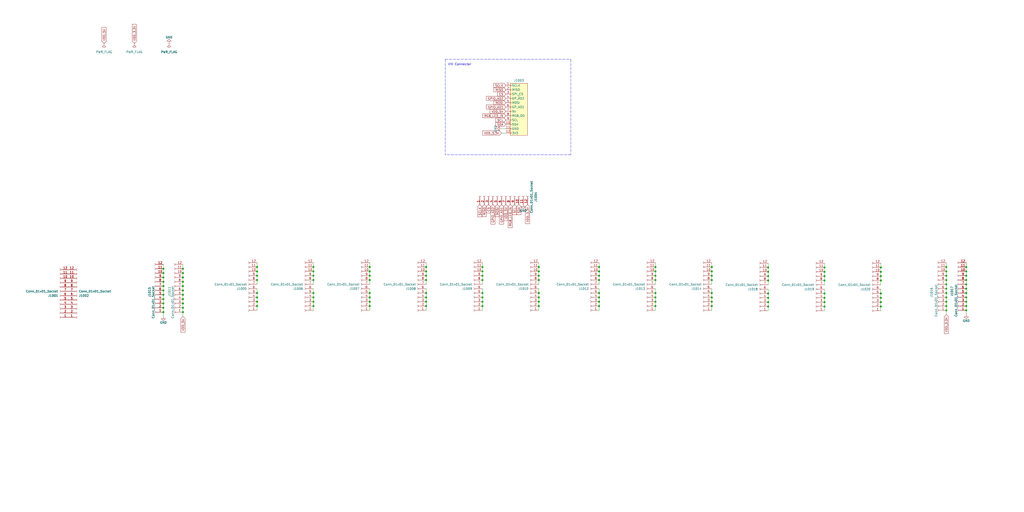
<source format=kicad_sch>
(kicad_sch (version 20230121) (generator eeschema)
  (paper "User" 599.999 299.999)
  (title_block (company "bastard keyboards") (comment 4 "Copyright Quentin Lebastard"))
  (lib_symbols
    (symbol "Connector:Conn_01x12_Socket" (pin_names (offset 1.016) hide)
      (property "Reference" "J" (at 0 15.24 0))
      (property "Value" "Conn_01x12_Socket" (at 0 -17.78 0))
      (symbol "Conn_01x12_Socket_1_1"
        (arc (start 0 -14.732) (mid -0.5058 -15.24) (end 0 -15.748) (stroke (width 0.1524)))
        (arc (start 0 -12.192) (mid -0.5058 -12.7) (end 0 -13.208) (stroke (width 0.1524)))
        (arc (start 0 -9.652) (mid -0.5058 -10.16) (end 0 -10.668) (stroke (width 0.1524)))
        (arc (start 0 -7.112) (mid -0.5058 -7.62) (end 0 -8.128) (stroke (width 0.1524)))
        (arc (start 0 -4.572) (mid -0.5058 -5.08) (end 0 -5.588) (stroke (width 0.1524)))
        (arc (start 0 -2.032) (mid -0.5058 -2.54) (end 0 -3.048) (stroke (width 0.1524)))
        (polyline (pts (xy -1.27 -15.24) (xy -0.508 -15.24)) (stroke (width 0.1524)))
        (polyline (pts (xy -1.27 -12.7) (xy -0.508 -12.7)) (stroke (width 0.1524)))
        (polyline (pts (xy -1.27 -10.16) (xy -0.508 -10.16)) (stroke (width 0.1524)))
        (polyline (pts (xy -1.27 -7.62) (xy -0.508 -7.62)) (stroke (width 0.1524)))
        (polyline (pts (xy -1.27 -5.08) (xy -0.508 -5.08)) (stroke (width 0.1524)))
        (polyline (pts (xy -1.27 -2.54) (xy -0.508 -2.54)) (stroke (width 0.1524)))
        (polyline (pts (xy -1.27 0) (xy -0.508 0)) (stroke (width 0.1524)))
        (polyline (pts (xy -1.27 2.54) (xy -0.508 2.54)) (stroke (width 0.1524)))
        (polyline (pts (xy -1.27 5.08) (xy -0.508 5.08)) (stroke (width 0.1524)))
        (polyline (pts (xy -1.27 7.62) (xy -0.508 7.62)) (stroke (width 0.1524)))
        (polyline (pts (xy -1.27 10.16) (xy -0.508 10.16)) (stroke (width 0.1524)))
        (polyline (pts (xy -1.27 12.7) (xy -0.508 12.7)) (stroke (width 0.1524)))
        (arc (start 0 0.508) (mid -0.5058 0) (end 0 -0.508) (stroke (width 0.1524)))
        (arc (start 0 3.048) (mid -0.5058 2.54) (end 0 2.032) (stroke (width 0.1524)))
        (arc (start 0 5.588) (mid -0.5058 5.08) (end 0 4.572) (stroke (width 0.1524)))
        (arc (start 0 8.128) (mid -0.5058 7.62) (end 0 7.112) (stroke (width 0.1524)))
        (arc (start 0 10.668) (mid -0.5058 10.16) (end 0 9.652) (stroke (width 0.1524)))
        (arc (start 0 13.208) (mid -0.5058 12.7) (end 0 12.192) (stroke (width 0.1524)))
        (pin passive line (at -5.08 12.7 0) (length 3.81) (name "Pin_1") (number "1"))
        (pin passive line (at -5.08 -10.16 0) (length 3.81) (name "Pin_10") (number "10"))
        (pin passive line (at -5.08 -12.7 0) (length 3.81) (name "Pin_11") (number "11"))
        (pin passive line (at -5.08 -15.24 0) (length 3.81) (name "Pin_12") (number "12"))
        (pin passive line (at -5.08 10.16 0) (length 3.81) (name "Pin_2") (number "2"))
        (pin passive line (at -5.08 7.62 0) (length 3.81) (name "Pin_3") (number "3"))
        (pin passive line (at -5.08 5.08 0) (length 3.81) (name "Pin_4") (number "4"))
        (pin passive line (at -5.08 2.54 0) (length 3.81) (name "Pin_5") (number "5"))
        (pin passive line (at -5.08 0 0) (length 3.81) (name "Pin_6") (number "6"))
        (pin passive line (at -5.08 -2.54 0) (length 3.81) (name "Pin_7") (number "7"))
        (pin passive line (at -5.08 -5.08 0) (length 3.81) (name "Pin_8") (number "8"))
        (pin passive line (at -5.08 -7.62 0) (length 3.81) (name "Pin_9") (number "9"))
      )
    )
    (symbol "power:GND" (power) (pin_names (offset 0))
      (property "Value" "GND" (at 0 -3.81 0))
      (symbol "GND_0_1"
        (polyline (pts (xy 0 0) (xy 0 -1.27) (xy 1.27 -1.27) (xy 0 -2.54) (xy -1.27 -1.27) (xy 0 -1.27)))
      )
      (symbol "GND_1_1"
        (pin power_in line (at 0 0 270) (length 0) hide (name "GND") (number "1"))
      )
    )
    (symbol "power:PWR_FLAG" (power) (pin_numbers hide) (pin_names (offset 0) hide)
      (property "Value" "PWR_FLAG" (at 0 3.81 0))
      (symbol "PWR_FLAG_0_0"
        (pin power_out line (at 0 0 90) (length 0) (name "pwr") (number "1"))
      )
      (symbol "PWR_FLAG_0_1"
        (polyline (pts (xy 0 0) (xy 0 1.27) (xy -1.016 1.905) (xy 0 2.54) (xy 1.016 1.905) (xy 0 1.27)))
      )
    )
    (symbol "vik:vik-module-connector" (pin_names (offset 1))
      (property "Reference" "J" (at 0 15.875 0))
      (symbol "vik-module-connector_1_1"
        (rectangle (start -5.08 13.97) (end 5.08 -16.51) (fill (type background)))
        (rectangle (start -5.0546 -15.113) (end -4.191 -15.367) (stroke (width 0.1)))
        (rectangle (start -5.0546 -12.573) (end -4.191 -12.827) (stroke (width 0.1)))
        (rectangle (start -5.0546 -10.033) (end -4.191 -10.287) (stroke (width 0.1)))
        (rectangle (start -5.0546 -7.493) (end -4.191 -7.747) (stroke (width 0.1)))
        (rectangle (start -5.0546 -4.953) (end -4.191 -5.207) (stroke (width 0.1)))
        (rectangle (start -5.0546 -2.413) (end -4.191 -2.667) (stroke (width 0.1)))
        (rectangle (start -5.0546 0.127) (end -4.191 -0.127) (stroke (width 0.1)))
        (rectangle (start -5.0546 2.667) (end -4.191 2.413) (stroke (width 0.1)))
        (rectangle (start -5.0546 5.207) (end -4.191 4.953) (stroke (width 0.1)))
        (rectangle (start -5.0546 7.747) (end -4.191 7.493) (stroke (width 0.1)))
        (rectangle (start -5.0546 10.287) (end -4.191 10.033) (stroke (width 0.1)))
        (rectangle (start -5.0546 12.827) (end -4.191 12.573) (stroke (width 0.1)))
        (pin output line (at -7.62 12.7 0) (length 2.54) (name "SCLK") (number "1"))
        (pin bidirectional line (at -7.62 -10.16 0) (length 2.54) (name "SDA") (number "10"))
        (pin power_out line (at -7.62 -12.7 0) (length 2.54) (name "GND") (number "11"))
        (pin power_out line (at -7.62 -15.24 0) (length 2.54) (name "3V3") (number "12"))
        (pin tri_state line (at -7.62 10.16 0) (length 2.54) (name "MISO") (number "2"))
        (pin output line (at -7.62 7.62 0) (length 2.54) (name "SPI_CS") (number "3"))
        (pin bidirectional line (at -7.62 5.08 0) (length 2.54) (name "GP_AD2") (number "4"))
        (pin output line (at -7.62 2.54 0) (length 2.54) (name "MOSI") (number "5"))
        (pin bidirectional line (at -7.62 0 0) (length 2.54) (name "GP_AD1") (number "6"))
        (pin power_out line (at -7.62 -2.54 0) (length 2.54) (name "5V") (number "7"))
        (pin output line (at -7.62 -5.08 0) (length 2.54) (name "RGB_DO") (number "8"))
        (pin bidirectional line (at -7.62 -7.62 0) (length 2.54) (name "SCL") (number "9"))
      )
    )
  )
  (junction (at 315.722 164.084))
  (junction (at 417.068 174.244))
  (junction (at 282.702 164.084))
  (junction (at 95.758 167.64))
  (junction (at 183.642 171.704))
  (junction (at 483.108 156.718))
  (junction (at 95.758 157.48))
  (junction (at 351.028 161.544))
  (junction (at 384.048 156.464))
  (junction (at 150.622 176.784))
  (junction (at 249.682 179.324))
  (junction (at 183.642 161.544))
  (junction (at 183.642 164.084))
  (junction (at 249.682 171.704))
  (junction (at 107.188 182.88))
  (junction (at 351.028 176.784))
  (junction (at 249.682 176.784))
  (junction (at 450.088 174.498))
  (junction (at 384.048 174.244))
  (junction (at 417.068 176.784))
  (junction (at 417.068 161.544))
  (junction (at 566.166 171.704))
  (junction (at 249.682 174.244))
  (junction (at 483.108 161.798))
  (junction (at 450.088 161.798))
  (junction (at 107.188 177.8))
  (junction (at 417.068 156.464))
  (junction (at 351.028 174.244))
  (junction (at 450.088 159.258))
  (junction (at 516.128 171.958))
  (junction (at 95.758 170.18))
  (junction (at 315.722 171.704))
  (junction (at 566.166 159.004))
  (junction (at 516.128 159.258))
  (junction (at 282.702 156.464))
  (junction (at 95.758 182.88))
  (junction (at 107.188 167.64))
  (junction (at 384.048 159.004))
  (junction (at 450.088 179.578))
  (junction (at 183.642 176.784))
  (junction (at 249.682 161.544))
  (junction (at 554.482 181.864))
  (junction (at 249.682 159.004))
  (junction (at 554.482 166.624))
  (junction (at 150.622 174.244))
  (junction (at 566.166 156.464))
  (junction (at 483.108 171.958))
  (junction (at 516.128 179.578))
  (junction (at 107.188 172.72))
  (junction (at 216.662 176.784))
  (junction (at 95.758 175.26))
  (junction (at 107.188 170.18))
  (junction (at 516.128 174.498))
  (junction (at 282.702 179.324))
  (junction (at 554.482 179.324))
  (junction (at 249.682 156.464))
  (junction (at 282.702 176.784))
  (junction (at 566.166 181.864))
  (junction (at 566.166 176.784))
  (junction (at 516.128 164.338))
  (junction (at 150.622 171.704))
  (junction (at 315.722 156.464))
  (junction (at 282.702 174.244))
  (junction (at 315.722 159.004))
  (junction (at 183.642 156.464))
  (junction (at 516.128 156.718))
  (junction (at 554.482 176.784))
  (junction (at 554.482 169.164))
  (junction (at 450.088 171.958))
  (junction (at 351.028 159.004))
  (junction (at 351.028 179.324))
  (junction (at 150.622 161.544))
  (junction (at 150.622 164.084))
  (junction (at 351.028 164.084))
  (junction (at 351.028 171.704))
  (junction (at 95.758 177.8))
  (junction (at 566.166 161.544))
  (junction (at 95.758 172.72))
  (junction (at 554.482 171.704))
  (junction (at 282.702 159.004))
  (junction (at 554.482 164.084))
  (junction (at 183.642 179.324))
  (junction (at 483.108 177.038))
  (junction (at 107.188 175.26))
  (junction (at 249.682 164.084))
  (junction (at 150.622 159.004))
  (junction (at 384.048 164.084))
  (junction (at 107.188 165.1))
  (junction (at 384.048 176.784))
  (junction (at 95.758 162.56))
  (junction (at 516.128 161.798))
  (junction (at 566.166 174.244))
  (junction (at 107.188 162.56))
  (junction (at 417.068 179.324))
  (junction (at 216.662 174.244))
  (junction (at 315.722 174.244))
  (junction (at 554.482 156.464))
  (junction (at 315.722 179.324))
  (junction (at 351.028 156.464))
  (junction (at 107.188 160.02))
  (junction (at 566.166 169.164))
  (junction (at 483.108 174.498))
  (junction (at 216.662 171.704))
  (junction (at 384.048 171.704))
  (junction (at 216.662 161.544))
  (junction (at 315.722 161.544))
  (junction (at 566.166 179.324))
  (junction (at 450.088 156.718))
  (junction (at 95.758 180.34))
  (junction (at 150.622 179.324))
  (junction (at 554.482 174.244))
  (junction (at 282.702 161.544))
  (junction (at 566.166 166.624))
  (junction (at 282.702 171.704))
  (junction (at 483.108 164.338))
  (junction (at 315.722 176.784))
  (junction (at 95.758 160.02))
  (junction (at 450.088 164.338))
  (junction (at 107.188 157.48))
  (junction (at 417.068 159.004))
  (junction (at 183.642 174.244))
  (junction (at 483.108 179.578))
  (junction (at 183.642 159.004))
  (junction (at 95.758 165.1))
  (junction (at 516.128 177.038))
  (junction (at 450.088 177.038))
  (junction (at 384.048 161.544))
  (junction (at 554.482 159.004))
  (junction (at 150.622 156.464))
  (junction (at 417.068 171.704))
  (junction (at 417.068 164.084))
  (junction (at 216.662 179.324))
  (junction (at 566.166 164.084))
  (junction (at 107.188 180.34))
  (junction (at 483.108 159.258))
  (junction (at 554.482 161.544))
  (junction (at 216.662 159.004))
  (junction (at 216.662 164.084))
  (junction (at 384.048 179.324))
  (junction (at 216.662 156.464))
  (polyline (pts (xy 260.858 34.798) (xy 260.858 90.678)) (stroke (width 0) (type dash)))
  (wire (pts (xy 150.622 159.004) (xy 150.622 161.544)))
  (wire (pts (xy 384.048 159.004) (xy 384.048 161.544)))
  (wire (pts (xy 554.482 161.544) (xy 554.482 164.084)))
  (wire (pts (xy 249.682 179.324) (xy 249.682 181.864)))
  (wire (pts (xy 417.068 171.704) (xy 417.068 174.244)))
  (wire (pts (xy 384.048 176.784) (xy 384.048 179.324)))
  (wire (pts (xy 183.642 161.544) (xy 183.642 164.084)))
  (wire (pts (xy 216.662 176.784) (xy 216.662 179.324)))
  (wire (pts (xy 249.682 153.924) (xy 249.682 156.464)))
  (wire (pts (xy 95.758 177.8) (xy 95.758 180.34)))
  (wire (pts (xy 351.028 179.324) (xy 351.028 181.864)))
  (wire (pts (xy 95.758 175.26) (xy 95.758 177.8)))
  (wire (pts (xy 566.166 161.544) (xy 566.166 164.084)))
  (wire (pts (xy 282.702 153.924) (xy 282.702 156.464)))
  (wire (pts (xy 554.482 169.164) (xy 554.482 171.704)))
  (wire (pts (xy 566.166 171.704) (xy 566.166 174.244)))
  (wire (pts (xy 95.758 170.18) (xy 95.758 172.72)))
  (wire (pts (xy 483.108 179.578) (xy 483.108 182.118)))
  (wire (pts (xy 554.482 171.704) (xy 554.482 174.244)))
  (wire (pts (xy 384.048 156.464) (xy 384.048 159.004)))
  (wire (pts (xy 150.622 176.784) (xy 150.622 179.324)))
  (wire (pts (xy 95.758 157.48) (xy 95.758 160.02)))
  (wire (pts (xy 216.662 174.244) (xy 216.662 176.784)))
  (wire (pts (xy 150.622 171.704) (xy 150.622 174.244)))
  (wire (pts (xy 554.482 159.004) (xy 554.482 161.544)))
  (wire (pts (xy 216.662 169.164) (xy 216.662 171.704)))
  (wire (pts (xy 450.088 161.798) (xy 450.088 164.338)))
  (polyline (pts (xy 334.518 90.678) (xy 260.858 90.678)) (stroke (width 0) (type dash)))
  (wire (pts (xy 107.188 160.02) (xy 107.188 162.56)))
  (wire (pts (xy 554.482 156.464) (xy 554.482 159.004)))
  (wire (pts (xy 516.128 177.038) (xy 516.128 179.578)))
  (wire (pts (xy 417.068 156.464) (xy 417.068 159.004)))
  (wire (pts (xy 150.622 153.924) (xy 150.622 156.464)))
  (wire (pts (xy 293.878 75.438) (xy 296.418 75.438)))
  (wire (pts (xy 516.128 174.498) (xy 516.128 177.038)))
  (wire (pts (xy 183.642 171.704) (xy 183.642 174.244)))
  (wire (pts (xy 483.108 174.498) (xy 483.108 177.038)))
  (wire (pts (xy 183.642 174.244) (xy 183.642 176.784)))
  (wire (pts (xy 183.642 156.464) (xy 183.642 159.004)))
  (polyline (pts (xy 334.518 34.798) (xy 334.518 90.678)) (stroke (width 0) (type dash)))
  (wire (pts (xy 384.048 179.324) (xy 384.048 181.864)))
  (wire (pts (xy 150.622 169.164) (xy 150.622 171.704)))
  (wire (pts (xy 566.166 179.324) (xy 566.166 181.864)))
  (wire (pts (xy 554.482 179.324) (xy 554.482 181.864)))
  (wire (pts (xy 450.088 177.038) (xy 450.088 179.578)))
  (wire (pts (xy 566.166 169.164) (xy 566.166 171.704)))
  (wire (pts (xy 384.048 153.924) (xy 384.048 156.464)))
  (wire (pts (xy 554.482 181.864) (xy 554.482 184.404)))
  (wire (pts (xy 483.108 164.338) (xy 483.108 166.878)))
  (wire (pts (xy 417.068 176.784) (xy 417.068 179.324)))
  (wire (pts (xy 351.028 159.004) (xy 351.028 161.544)))
  (wire (pts (xy 282.702 174.244) (xy 282.702 176.784)))
  (wire (pts (xy 450.088 159.258) (xy 450.088 161.798)))
  (wire (pts (xy 516.128 179.578) (xy 516.128 182.118)))
  (wire (pts (xy 351.028 156.464) (xy 351.028 159.004)))
  (wire (pts (xy 483.108 177.038) (xy 483.108 179.578)))
  (wire (pts (xy 216.662 156.464) (xy 216.662 159.004)))
  (wire (pts (xy 216.662 171.704) (xy 216.662 174.244)))
  (wire (pts (xy 384.048 169.164) (xy 384.048 171.704)))
  (wire (pts (xy 107.188 167.64) (xy 107.188 170.18)))
  (wire (pts (xy 315.722 179.324) (xy 315.722 181.864)))
  (wire (pts (xy 516.128 156.718) (xy 516.128 159.258)))
  (wire (pts (xy 107.188 175.26) (xy 107.188 177.8)))
  (wire (pts (xy 107.188 162.56) (xy 107.188 165.1)))
  (wire (pts (xy 216.662 179.324) (xy 216.662 181.864)))
  (wire (pts (xy 107.188 154.94) (xy 107.188 157.48)))
  (wire (pts (xy 282.702 161.544) (xy 282.702 164.084)))
  (wire (pts (xy 566.166 159.004) (xy 566.166 161.544)))
  (wire (pts (xy 417.068 159.004) (xy 417.068 161.544)))
  (wire (pts (xy 351.028 164.084) (xy 351.028 166.624)))
  (wire (pts (xy 516.128 159.258) (xy 516.128 161.798)))
  (wire (pts (xy 315.722 176.784) (xy 315.722 179.324)))
  (wire (pts (xy 216.662 159.004) (xy 216.662 161.544)))
  (wire (pts (xy 95.758 180.34) (xy 95.758 182.88)))
  (wire (pts (xy 566.166 176.784) (xy 566.166 179.324)))
  (wire (pts (xy 107.188 177.8) (xy 107.188 180.34)))
  (wire (pts (xy 417.068 161.544) (xy 417.068 164.084)))
  (wire (pts (xy 554.482 176.784) (xy 554.482 179.324)))
  (wire (pts (xy 315.722 156.464) (xy 315.722 159.004)))
  (wire (pts (xy 95.758 165.1) (xy 95.758 167.64)))
  (wire (pts (xy 249.682 159.004) (xy 249.682 161.544)))
  (wire (pts (xy 249.682 169.164) (xy 249.682 171.704)))
  (wire (pts (xy 95.758 172.72) (xy 95.758 175.26)))
  (wire (pts (xy 450.088 156.718) (xy 450.088 159.258)))
  (wire (pts (xy 516.128 169.418) (xy 516.128 171.958)))
  (wire (pts (xy 483.108 159.258) (xy 483.108 161.798)))
  (wire (pts (xy 315.722 174.244) (xy 315.722 176.784)))
  (wire (pts (xy 183.642 169.164) (xy 183.642 171.704)))
  (wire (pts (xy 107.188 170.18) (xy 107.188 172.72)))
  (wire (pts (xy 417.068 153.924) (xy 417.068 156.464)))
  (wire (pts (xy 450.088 169.418) (xy 450.088 171.958)))
  (wire (pts (xy 450.088 171.958) (xy 450.088 174.498)))
  (wire (pts (xy 450.088 164.338) (xy 450.088 166.878)))
  (wire (pts (xy 183.642 179.324) (xy 183.642 181.864)))
  (wire (pts (xy 351.028 174.244) (xy 351.028 176.784)))
  (wire (pts (xy 107.188 172.72) (xy 107.188 175.26)))
  (wire (pts (xy 282.702 164.084) (xy 282.702 166.624)))
  (wire (pts (xy 249.682 164.084) (xy 249.682 166.624)))
  (wire (pts (xy 95.758 160.02) (xy 95.758 162.56)))
  (polyline (pts (xy 260.858 34.798) (xy 334.518 34.798)) (stroke (width 0) (type dash)))
  (wire (pts (xy 183.642 164.084) (xy 183.642 166.624)))
  (wire (pts (xy 450.088 179.578) (xy 450.088 182.118)))
  (wire (pts (xy 183.642 153.924) (xy 183.642 156.464)))
  (wire (pts (xy 417.068 169.164) (xy 417.068 171.704)))
  (wire (pts (xy 554.482 164.084) (xy 554.482 166.624)))
  (wire (pts (xy 249.682 176.784) (xy 249.682 179.324)))
  (wire (pts (xy 150.622 174.244) (xy 150.622 176.784)))
  (wire (pts (xy 315.722 171.704) (xy 315.722 174.244)))
  (wire (pts (xy 351.028 169.164) (xy 351.028 171.704)))
  (wire (pts (xy 516.128 161.798) (xy 516.128 164.338)))
  (wire (pts (xy 351.028 171.704) (xy 351.028 174.244)))
  (wire (pts (xy 554.482 174.244) (xy 554.482 176.784)))
  (wire (pts (xy 554.482 153.924) (xy 554.482 156.464)))
  (wire (pts (xy 566.166 166.624) (xy 566.166 169.164)))
  (wire (pts (xy 107.188 180.34) (xy 107.188 182.88)))
  (wire (pts (xy 282.702 176.784) (xy 282.702 179.324)))
  (wire (pts (xy 450.088 154.178) (xy 450.088 156.718)))
  (wire (pts (xy 216.662 161.544) (xy 216.662 164.084)))
  (wire (pts (xy 351.028 176.784) (xy 351.028 179.324)))
  (wire (pts (xy 107.188 165.1) (xy 107.188 167.64)))
  (wire (pts (xy 282.702 169.164) (xy 282.702 171.704)))
  (wire (pts (xy 95.758 162.56) (xy 95.758 165.1)))
  (wire (pts (xy 293.878 77.978) (xy 296.418 77.978)))
  (wire (pts (xy 150.622 164.084) (xy 150.622 166.624)))
  (wire (pts (xy 566.166 156.464) (xy 566.166 159.004)))
  (wire (pts (xy 417.068 179.324) (xy 417.068 181.864)))
  (wire (pts (xy 417.068 164.084) (xy 417.068 166.624)))
  (wire (pts (xy 249.682 171.704) (xy 249.682 174.244)))
  (wire (pts (xy 384.048 164.084) (xy 384.048 166.624)))
  (wire (pts (xy 150.622 156.464) (xy 150.622 159.004)))
  (wire (pts (xy 450.088 174.498) (xy 450.088 177.038)))
  (wire (pts (xy 249.682 174.244) (xy 249.682 176.784)))
  (wire (pts (xy 566.166 164.084) (xy 566.166 166.624)))
  (wire (pts (xy 95.758 167.64) (xy 95.758 170.18)))
  (wire (pts (xy 183.642 176.784) (xy 183.642 179.324)))
  (wire (pts (xy 384.048 171.704) (xy 384.048 174.244)))
  (wire (pts (xy 150.622 161.544) (xy 150.622 164.084)))
  (wire (pts (xy 315.722 161.544) (xy 315.722 164.084)))
  (wire (pts (xy 384.048 161.544) (xy 384.048 164.084)))
  (wire (pts (xy 107.188 182.88) (xy 107.188 185.42)))
  (wire (pts (xy 384.048 174.244) (xy 384.048 176.784)))
  (wire (pts (xy 315.722 169.164) (xy 315.722 171.704)))
  (wire (pts (xy 183.642 159.004) (xy 183.642 161.544)))
  (wire (pts (xy 483.108 156.718) (xy 483.108 159.258)))
  (wire (pts (xy 216.662 164.084) (xy 216.662 166.624)))
  (wire (pts (xy 249.682 161.544) (xy 249.682 164.084)))
  (wire (pts (xy 554.482 166.624) (xy 554.482 169.164)))
  (wire (pts (xy 150.622 179.324) (xy 150.622 181.864)))
  (wire (pts (xy 516.128 154.178) (xy 516.128 156.718)))
  (wire (pts (xy 282.702 159.004) (xy 282.702 161.544)))
  (wire (pts (xy 95.758 154.94) (xy 95.758 157.48)))
  (wire (pts (xy 483.108 154.178) (xy 483.108 156.718)))
  (wire (pts (xy 351.028 161.544) (xy 351.028 164.084)))
  (wire (pts (xy 95.758 182.88) (xy 95.758 185.42)))
  (wire (pts (xy 249.682 156.464) (xy 249.682 159.004)))
  (wire (pts (xy 566.166 181.864) (xy 566.166 184.404)))
  (wire (pts (xy 315.722 159.004) (xy 315.722 161.544)))
  (wire (pts (xy 483.108 171.958) (xy 483.108 174.498)))
  (wire (pts (xy 516.128 164.338) (xy 516.128 166.878)))
  (wire (pts (xy 282.702 156.464) (xy 282.702 159.004)))
  (wire (pts (xy 483.108 161.798) (xy 483.108 164.338)))
  (wire (pts (xy 282.702 179.324) (xy 282.702 181.864)))
  (wire (pts (xy 516.128 171.958) (xy 516.128 174.498)))
  (wire (pts (xy 483.108 169.418) (xy 483.108 171.958)))
  (wire (pts (xy 566.166 153.924) (xy 566.166 156.464)))
  (wire (pts (xy 417.068 174.244) (xy 417.068 176.784)))
  (wire (pts (xy 351.028 153.924) (xy 351.028 156.464)))
  (wire (pts (xy 216.662 153.924) (xy 216.662 156.464)))
  (wire (pts (xy 566.166 174.244) (xy 566.166 176.784)))
  (wire (pts (xy 107.188 157.48) (xy 107.188 160.02)))
  (wire (pts (xy 315.722 153.924) (xy 315.722 156.464)))
  (wire (pts (xy 315.722 164.084) (xy 315.722 166.624)))
  (wire (pts (xy 282.702 171.704) (xy 282.702 174.244)))
  (text "VIK Connector" (at 276.1742 38.5318 0) (effects (font (size 1.27 1.27)) (justify right bottom)))
  (global_label "SCLK" (shape input) (at 281.178 119.888 270) (property "Intersheetrefs" "${INTERSHEET_REFS}" (effects hide)))
  (global_label "CS" (shape input) (at 296.418 55.118 180) (property "Intersheetrefs" "${INTERSHEET_REFS}" (effects hide)))
  (global_label "SCL" (shape input) (at 301.498 119.888 270) (property "Intersheetrefs" "${INTERSHEET_REFS}" (effects hide)))
  (global_label "GPIO_AD1" (shape input) (at 296.418 62.738 180) (property "Intersheetrefs" "${INTERSHEET_REFS}" (effects hide)))
  (global_label "SDA" (shape input) (at 304.038 119.888 270) (property "Intersheetrefs" "${INTERSHEET_REFS}" (effects hide)))
  (global_label "VDD_3.3V" (shape input) (at 78.74 25.4 90) (property "Intersheetrefs" "${INTERSHEET_REFS}" (effects hide)))
  (global_label "MISO" (shape input) (at 283.718 119.888 270) (property "Intersheetrefs" "${INTERSHEET_REFS}" (effects hide)))
  (global_label "VDD_5V" (shape input) (at 107.188 185.42 270) (property "Intersheetrefs" "${INTERSHEET_REFS}" (effects hide)))
  (global_label "SCLK" (shape input) (at 296.418 50.038 180) (property "Intersheetrefs" "${INTERSHEET_REFS}" (effects hide)))
  (global_label "VDD_5V" (shape input) (at 60.96 25.4 90) (property "Intersheetrefs" "${INTERSHEET_REFS}" (effects hide)))
  (global_label "VDD_5V" (shape input) (at 296.418 65.278 180) (property "Intersheetrefs" "${INTERSHEET_REFS}" (effects hide)))
  (global_label "GPIO_AD1" (shape input) (at 293.878 119.888 270) (property "Intersheetrefs" "${INTERSHEET_REFS}" (effects hide)))
  (global_label "RGB_LED_IN" (shape input) (at 298.958 119.888 270) (property "Intersheetrefs" "${INTERSHEET_REFS}" (effects hide)))
  (global_label "SDA" (shape input) (at 296.418 72.898 180) (property "Intersheetrefs" "${INTERSHEET_REFS}" (effects hide)))
  (global_label "MISO" (shape input) (at 296.418 52.578 180) (property "Intersheetrefs" "${INTERSHEET_REFS}" (effects hide)))
  (global_label "VDD_5V" (shape input) (at 296.418 119.888 270) (property "Intersheetrefs" "${INTERSHEET_REFS}" (effects hide)))
  (global_label "MOSI" (shape input) (at 291.338 119.888 270) (property "Intersheetrefs" "${INTERSHEET_REFS}" (effects hide)))
  (global_label "VDD_3.3V" (shape input) (at 293.878 77.978 180) (property "Intersheetrefs" "${INTERSHEET_REFS}" (effects hide)))
  (global_label "MOSI" (shape input) (at 296.418 60.198 180) (property "Intersheetrefs" "${INTERSHEET_REFS}" (effects hide)))
  (global_label "GPIO_AD2" (shape input) (at 296.418 57.658 180) (property "Intersheetrefs" "${INTERSHEET_REFS}" (effects hide)))
  (global_label "SCL" (shape input) (at 296.418 70.358 180) (property "Intersheetrefs" "${INTERSHEET_REFS}" (effects hide)))
  (global_label "CS" (shape input) (at 286.258 119.888 270) (property "Intersheetrefs" "${INTERSHEET_REFS}" (effects hide)))
  (global_label "VDD_3.3V" (shape input) (at 309.118 119.888 270) (property "Intersheetrefs" "${INTERSHEET_REFS}" (effects hide)))
  (global_label "VDD_3.3V" (shape input) (at 554.482 184.404 270) (property "Intersheetrefs" "${INTERSHEET_REFS}" (effects hide)))
  (global_label "GPIO_AD2" (shape input) (at 288.798 119.888 270) (property "Intersheetrefs" "${INTERSHEET_REFS}" (effects hide)))
  (global_label "RGB_LED_IN" (shape input) (at 296.418 67.818 180) (property "Intersheetrefs" "${INTERSHEET_REFS}" (effects hide)))
  (symbol (lib_id "Connector:Conn_01x12_Socket") (at 45.212 173.228 0) (mirror x) (unit 1)
    (property "Reference" "J1002" (at 46.1264 173.228 0) (effects (justify left)))
    (property "Value" "Conn_01x01_Socket" (at 46.1264 170.688 0) (effects (justify left)))
    (property "Footprint" "fingerpunch:PinSocket_1x12_P2.54mm_Vertical_NoSilk" (effects hide))
  )
  (symbol (lib_id "Connector:Conn_01x12_Socket") (at 244.602 169.164 180) (unit 1)
    (property "Reference" "J1008" (at 243.6876 169.164 0) (effects (justify left)))
    (property "Value" "Conn_01x01_Socket" (at 243.6876 166.624 0) (effects (justify left)))
    (property "Footprint" "fingerpunch:PinSocket_1x12_P2.54mm_Vertical_6x6_SplitSilk" (effects hide))
  )
  (symbol (lib_id "power:PWR_FLAG") (at 78.74 25.4 180) (unit 1)
    (property "Reference" "#FLG01002" (effects hide))
    (property "Value" "PWR_FLAG" (at 78.74 30.48 0))
  )
  (symbol (lib_id "power:PWR_FLAG") (at 99.06 25.4 180) (unit 1)
    (property "Reference" "#FLG01003" (effects hide))
    (property "Value" "PWR_FLAG" (at 99.06 30.48 0))
  )
  (symbol (lib_id "Connector:Conn_01x12_Socket") (at 277.622 169.164 180) (unit 1)
    (property "Reference" "J1009" (at 276.7076 169.164 0) (effects (justify left)))
    (property "Value" "Conn_01x01_Socket" (at 276.7076 166.624 0) (effects (justify left)))
    (property "Footprint" "fingerpunch:PinSocket_1x12_P2.54mm_Vertical_6x6_SplitSilk" (effects hide))
  )
  (symbol (lib_id "Connector:Conn_01x12_Socket") (at 411.988 169.164 180) (unit 1)
    (property "Reference" "J1014" (at 411.0736 169.164 0) (effects (justify left)))
    (property "Value" "Conn_01x01_Socket" (at 411.0736 166.624 0) (effects (justify left)))
    (property "Footprint" "fingerpunch:PinSocket_1x12_P2.54mm_Vertical_6x6_SplitSilk" (effects hide))
  )
  (symbol (lib_id "Connector:Conn_01x12_Socket") (at 102.108 170.18 180) (unit 1)
    (property "Reference" "J1011" (at 99.314 167.894 90) (effects (justify left)))
    (property "Value" "Conn_01x01_Socket" (at 101.1936 167.64 90) (effects (justify left)))
    (property "Footprint" "fingerpunch:PinSocket_1x12_P2.54mm_Vertical_FullSilk" (effects hide))
  )
  (symbol (lib_id "Connector:Conn_01x12_Socket") (at 145.542 169.164 180) (unit 1)
    (property "Reference" "J1005" (at 144.6276 169.164 0) (effects (justify left)))
    (property "Value" "Conn_01x01_Socket" (at 144.6276 166.624 0) (effects (justify left)))
    (property "Footprint" "fingerpunch:PinSocket_1x12_P2.54mm_Vertical_6x6_SplitSilk" (effects hide))
  )
  (symbol (lib_id "power:GND") (at 95.758 185.42 0) (unit 1)
    (property "Reference" "#PWR01002" (effects hide))
    (property "Value" "GND" (at 95.758 188.976 0))
  )
  (symbol (lib_id "vik:vik-module-connector") (at 304.038 62.738 0) (unit 1)
    (property "Reference" "J1003" (at 301.0408 47.1932 0) (effects (justify left)))
    (property "Value" "~" (at 304.038 56.388 0))
    (property "Footprint" "vik:vik-module-connector-horizontal" (effects hide))
    (property "LCSC" "C2919557" (effects hide))
  )
  (symbol (lib_id "Connector:Conn_01x12_Socket") (at 310.642 169.164 180) (unit 1)
    (property "Reference" "J1010" (at 309.7276 169.164 0) (effects (justify left)))
    (property "Value" "Conn_01x01_Socket" (at 309.7276 166.624 0) (effects (justify left)))
    (property "Footprint" "fingerpunch:PinSocket_1x12_P2.54mm_Vertical_6x6_SplitSilk" (effects hide))
  )
  (symbol (lib_id "Connector:Conn_01x12_Socket") (at 345.948 169.164 180) (unit 1)
    (property "Reference" "J1012" (at 345.0336 169.164 0) (effects (justify left)))
    (property "Value" "Conn_01x01_Socket" (at 345.0336 166.624 0) (effects (justify left)))
    (property "Footprint" "fingerpunch:PinSocket_1x12_P2.54mm_Vertical_6x6_SplitSilk" (effects hide))
  )
  (symbol (lib_id "power:GND") (at 566.166 184.404 0) (unit 1)
    (property "Reference" "#PWR01004" (effects hide))
    (property "Value" "GND" (at 566.166 187.96 0))
  )
  (symbol (lib_id "Connector:Conn_01x12_Socket") (at 478.028 169.418 180) (unit 1)
    (property "Reference" "J1019" (at 477.1136 169.418 0) (effects (justify left)))
    (property "Value" "Conn_01x01_Socket" (at 477.1136 166.878 0) (effects (justify left)))
    (property "Footprint" "fingerpunch:PinSocket_1x12_P2.54mm_Vertical_6x6_SplitSilk" (effects hide))
  )
  (symbol (lib_id "Connector:Conn_01x12_Socket") (at 35.052 173.228 180) (unit 1)
    (property "Reference" "J1001" (at 34.1376 173.228 0) (effects (justify left)))
    (property "Value" "Conn_01x01_Socket" (at 34.1376 170.688 0) (effects (justify left)))
    (property "Footprint" "fingerpunch:PinSocket_1x12_P2.54mm_Vertical_NoSilk" (effects hide))
  )
  (symbol (lib_id "power:GND") (at 293.878 75.438 270) (unit 1)
    (property "Reference" "#PWR0101" (effects hide))
    (property "Value" "GND" (at 290.322 75.438 0))
  )
  (symbol (lib_id "Connector:Conn_01x12_Socket") (at 178.562 169.164 180) (unit 1)
    (property "Reference" "J1006" (at 177.6476 169.164 0) (effects (justify left)))
    (property "Value" "Conn_01x01_Socket" (at 177.6476 166.624 0) (effects (justify left)))
    (property "Footprint" "fingerpunch:PinSocket_1x12_P2.54mm_Vertical_6x6_SplitSilk" (effects hide))
  )
  (symbol (lib_id "Connector:Conn_01x12_Socket") (at 511.048 169.418 180) (unit 1)
    (property "Reference" "J1020" (at 510.1336 169.418 0) (effects (justify left)))
    (property "Value" "Conn_01x01_Socket" (at 510.1336 166.878 0) (effects (justify left)))
    (property "Footprint" "fingerpunch:PinSocket_1x12_P2.54mm_Vertical_6x6_SplitSilk" (effects hide))
  )
  (symbol (lib_id "power:GND") (at 99.06 25.4 180) (unit 1)
    (property "Reference" "#PWR01001" (effects hide))
    (property "Value" "GND" (at 99.06 21.844 0))
  )
  (symbol (lib_id "Connector:Conn_01x12_Socket") (at 549.402 169.164 180) (unit 1)
    (property "Reference" "J1016" (at 545.846 168.402 90) (effects (justify left)))
    (property "Value" "Conn_01x01_Socket" (at 548.4876 166.624 90) (effects (justify left)))
    (property "Footprint" "fingerpunch:PinSocket_1x12_P2.54mm_Vertical_FullSilk" (effects hide))
  )
  (symbol (lib_id "Connector:Conn_01x12_Socket") (at 561.086 169.164 180) (unit 1)
    (property "Reference" "J1017" (at 557.784 167.64 90) (effects (justify left)))
    (property "Value" "Conn_01x01_Socket" (at 560.1716 166.624 90) (effects (justify left)))
    (property "Footprint" "fingerpunch:PinSocket_1x12_P2.54mm_Vertical_FullSilk" (effects hide))
  )
  (symbol (lib_id "Connector:Conn_01x12_Socket") (at 211.582 169.164 180) (unit 1)
    (property "Reference" "J1007" (at 210.6676 169.164 0) (effects (justify left)))
    (property "Value" "Conn_01x01_Socket" (at 210.6676 166.624 0) (effects (justify left)))
    (property "Footprint" "fingerpunch:PinSocket_1x12_P2.54mm_Vertical_6x6_SplitSilk" (effects hide))
  )
  (symbol (lib_id "power:GND") (at 306.578 119.888 0) (unit 1)
    (property "Reference" "#PWR01003" (effects hide))
    (property "Value" "GND" (at 306.578 123.444 0))
  )
  (symbol (lib_id "Connector:Conn_01x12_Socket") (at 293.878 114.808 90) (unit 1)
    (property "Reference" "J1004" (at 313.944 115.443 0))
    (property "Value" "Conn_01x01_Socket" (at 311.404 115.443 0))
    (property "Footprint" "fingerpunch:PinSocket_1x12_P2.54mm_Vertical_IndividualSilk" (effects hide))
  )
  (symbol (lib_id "Connector:Conn_01x12_Socket") (at 90.678 170.18 180) (unit 1)
    (property "Reference" "J1015" (at 87.63 168.148 90) (effects (justify left)))
    (property "Value" "Conn_01x01_Socket" (at 89.7636 167.64 90) (effects (justify left)))
    (property "Footprint" "fingerpunch:PinSocket_1x12_P2.54mm_Vertical_FullSilk" (effects hide))
  )
  (symbol (lib_id "Connector:Conn_01x12_Socket") (at 445.008 169.418 180) (unit 1)
    (property "Reference" "J1018" (at 444.0936 169.418 0) (effects (justify left)))
    (property "Value" "Conn_01x01_Socket" (at 444.0936 166.878 0) (effects (justify left)))
    (property "Footprint" "fingerpunch:PinSocket_1x12_P2.54mm_Vertical_6x6_SplitSilk" (effects hide))
  )
  (symbol (lib_id "power:PWR_FLAG") (at 60.96 25.4 180) (unit 1)
    (property "Reference" "#FLG01001" (effects hide))
    (property "Value" "PWR_FLAG" (at 60.96 30.48 0))
  )
  (symbol (lib_id "Connector:Conn_01x12_Socket") (at 378.968 169.164 180) (unit 1)
    (property "Reference" "J1013" (at 378.0536 169.164 0) (effects (justify left)))
    (property "Value" "Conn_01x01_Socket" (at 378.0536 166.624 0) (effects (justify left)))
    (property "Footprint" "fingerpunch:PinSocket_1x12_P2.54mm_Vertical_6x6_SplitSilk" (effects hide))
  )
)
</source>
